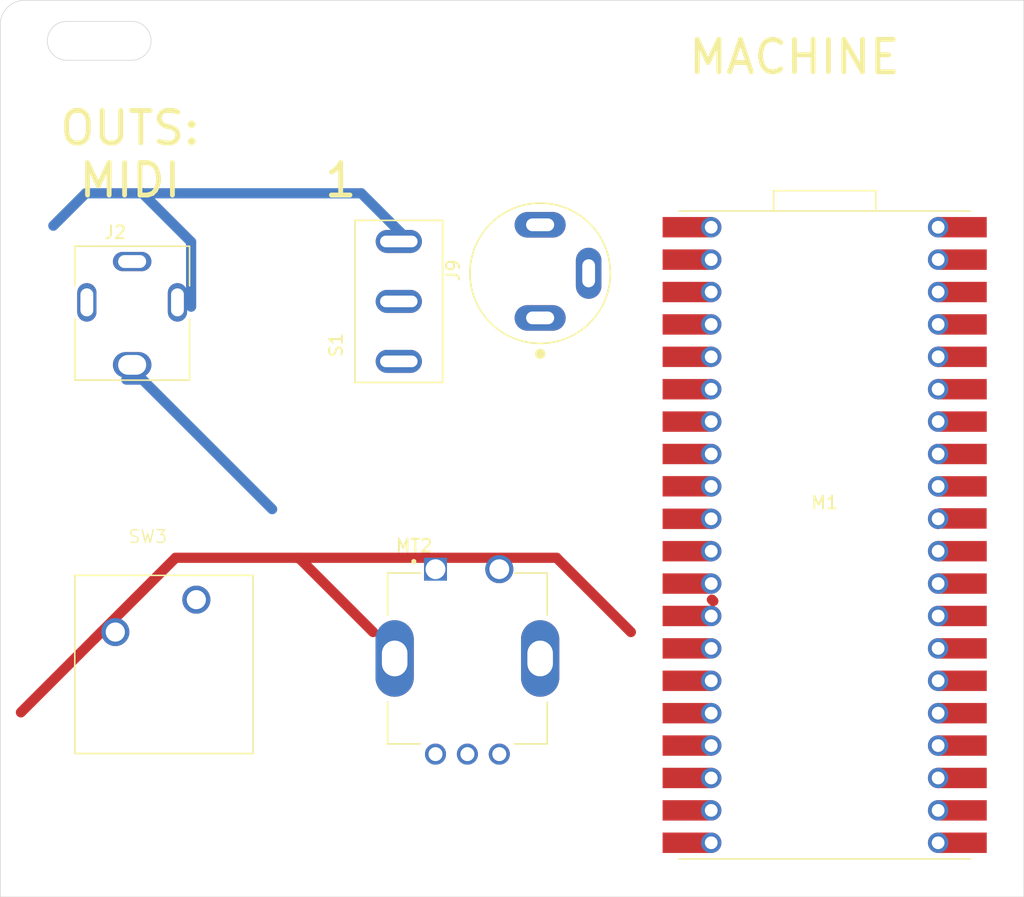
<source format=kicad_pcb>
(kicad_pcb (version 20221018) (generator pcbnew)
  (layers (0 "F.Cu" signal) (31 "B.Cu" signal) (34 "B.Paste" user) (35 "F.Paste" user) (36 "B.SilkS" user "B.Silkscreen") (37 "F.SilkS" user "F.Silkscreen") (38 "B.Mask" user) (39 "F.Mask" user) (44 "Edge.Cuts" user))
  (net 0 "")
  (footprint "PJ-064A:CUI_PJ-064A" (layer "F.Cu") (at 42.3 24.9 90)
    (fp_text reference "J9" (at 3.724283 -6.82203 90) (layer "F.SilkS") (effects (font (size 1.000882 1.000882))))
    (fp_text value "PJ-064A")
    (fp_circle (center -2.815 0.01) (end -2.615 0.01) (stroke (width 0.4)) (fill none) (layer "F.SilkS"))
    (fp_circle (center 3.5 0) (end 9 0) (stroke (width 0.127)) (fill none) (layer "F.SilkS"))
    (pad "1" thru_hole oval (at 0 0 90) (size 2 4) (drill oval 1 2.2) (layers "*.Cu" "*.Mask"))
    (pad "2" thru_hole oval (at 3.5 3.8 90) (size 4 2) (drill oval 2.2 1) (layers "*.Cu" "*.Mask"))
    (pad "3" thru_hole oval (at 7.3 0 90) (size 2 4) (drill oval 1 2.2) (layers "*.Cu" "*.Mask"))
  )
  (footprint "digikey-footprints:MX1A-11NW" (layer "F.Cu") (at 11.55 42.545)
    (fp_text reference "SW3" (at 0 -0.5 unlocked) (layer "F.SilkS") (effects (font (thickness 0.1))))
    (fp_text value "Switch_Tactile_CnK")
    (fp_line (start -5.715 2.54) (end 8.255 2.54) (stroke (width 0.12)) (layer "F.SilkS"))
    (fp_line (start -5.715 16.51) (end -5.715 2.54) (stroke (width 0.12)) (layer "F.SilkS"))
    (fp_line (start 8.255 2.54) (end 8.255 16.51) (stroke (width 0.12)) (layer "F.SilkS"))
    (fp_line (start 8.255 16.51) (end -5.715 16.51) (stroke (width 0.12)) (layer "F.SilkS"))
    (pad "" np_thru_hole circle (at -3.81 9.525) (size 1.7 1.7) (drill 1.7) (layers "F&B.Cu" "*.Mask"))
    (pad "" np_thru_hole circle (at 1.27 9.525) (size 4 4) (drill 4) (layers "F&B.Cu" "*.Mask"))
    (pad "" np_thru_hole circle (at 6.35 9.525) (size 1.7 1.7) (drill 1.7) (layers "F&B.Cu" "*.Mask"))
    (pad "1" thru_hole circle (at 3.81 4.445) (size 2.2 2.2) (drill 1.5) (layers "*.Cu" "*.Mask"))
    (pad "2" thru_hole circle (at -2.54 6.985) (size 2.2 2.2) (drill 1.5) (layers "*.Cu" "*.Mask"))
  )
  (footprint "fab:RaspberryPi_PicoW_Combined" (layer "F.Cu") (at 64.595 41.919556)
    (fp_text reference "M1" (at 0.0025 -2.54 unlocked) (layer "F.SilkS"))
    (fp_text value "Module_RaspberryPi_PicoW_Combined")
    (fp_line (start -11.43 25.4) (end 11.43 25.4) (stroke (width 0.12)) (layer "F.SilkS"))
    (fp_line (start -4 -27) (end 4 -27) (stroke (width 0.12)) (layer "F.SilkS"))
    (fp_line (start -4 -25.4) (end -4 -27) (stroke (width 0.12)) (layer "F.SilkS"))
    (fp_line (start 4 -27) (end 4 -25.4) (stroke (width 0.12)) (layer "F.SilkS"))
    (fp_line (start 8.89 -25.4) (end -11.43 -25.4) (stroke (width 0.12)) (layer "F.SilkS"))
    (fp_line (start 11.43 -25.4) (end 8.89 -25.4) (stroke (width 0.12)) (layer "F.SilkS"))
    (pad "1" smd rect (at -10.795 -24.13) (size 3.81 1.6) (layers "F.Cu" "F.Paste" "F.Mask"))
    (pad "1" thru_hole circle (at -8.89 -24.13) (size 1.6 1.6) (drill 1) (layers "*.Cu" "*.Mask"))
    (pad "2" smd rect (at -10.795 -21.59) (size 3.81 1.6) (layers "F.Cu" "F.Paste" "F.Mask"))
    (pad "2" thru_hole circle (at -8.89 -21.59) (size 1.6 1.6) (drill 1) (layers "*.Cu" "*.Mask"))
    (pad "3" smd rect (at -10.795 -19.05) (size 3.81 1.6) (layers "F.Cu" "F.Paste" "F.Mask"))
    (pad "3" thru_hole circle (at -8.89 -19.05) (size 1.6 1.6) (drill 1) (layers "*.Cu" "*.Mask"))
    (pad "4" smd rect (at -10.795 -16.51) (size 3.81 1.6) (layers "F.Cu" "F.Paste" "F.Mask"))
    (pad "4" thru_hole circle (at -8.89 -16.51) (size 1.6 1.6) (drill 1) (layers "*.Cu" "*.Mask"))
    (pad "5" smd rect (at -10.795 -13.97) (size 3.81 1.6) (layers "F.Cu" "F.Paste" "F.Mask"))
    (pad "5" thru_hole circle (at -8.89 -13.97) (size 1.6 1.6) (drill 1) (layers "*.Cu" "*.Mask"))
    (pad "6" smd rect (at -10.795 -11.43) (size 3.81 1.6) (layers "F.Cu" "F.Paste" "F.Mask"))
    (pad "6" thru_hole circle (at -8.89 -11.43) (size 1.6 1.6) (drill 1) (layers "*.Cu" "*.Mask"))
    (pad "7" smd rect (at -10.795 -8.89) (size 3.81 1.6) (layers "F.Cu" "F.Paste" "F.Mask"))
    (pad "7" thru_hole circle (at -8.89 -8.89) (size 1.6 1.6) (drill 1) (layers "*.Cu" "*.Mask"))
    (pad "8" smd rect (at -10.795 -6.35) (size 3.81 1.6) (layers "F.Cu" "F.Paste" "F.Mask"))
    (pad "8" thru_hole circle (at -8.89 -6.35) (size 1.6 1.6) (drill 1) (layers "*.Cu" "*.Mask"))
    (pad "9" smd rect (at -10.795 -3.819556) (size 3.81 1.6) (layers "F.Cu" "F.Paste" "F.Mask"))
    (pad "9" thru_hole circle (at -8.89 -3.81) (size 1.6 1.6) (drill 1) (layers "*.Cu" "*.Mask"))
    (pad "10" smd rect (at -10.795 -1.27) (size 3.81 1.6) (layers "F.Cu" "F.Paste" "F.Mask"))
    (pad "10" thru_hole circle (at -8.89 -1.27) (size 1.6 1.6) (drill 1) (layers "*.Cu" "*.Mask"))
    (pad "11" smd rect (at -10.795 1.27) (size 3.81 1.6) (layers "F.Cu" "F.Paste" "F.Mask"))
    (pad "11" thru_hole circle (at -8.89 1.27) (size 1.6 1.6) (drill 1) (layers "*.Cu" "*.Mask"))
    (pad "12" smd rect (at -10.795 3.81) (size 3.81 1.6) (layers "F.Cu" "F.Paste" "F.Mask"))
    (pad "12" thru_hole circle (at -8.89 3.81) (size 1.6 1.6) (drill 1) (layers "*.Cu" "*.Mask"))
    (pad "13" smd rect (at -10.795 6.35) (size 3.81 1.6) (layers "F.Cu" "F.Paste" "F.Mask"))
    (pad "13" thru_hole circle (at -8.89 6.35) (size 1.6 1.6) (drill 1) (layers "*.Cu" "*.Mask"))
    (pad "14" smd rect (at -10.795 8.89) (size 3.81 1.6) (layers "F.Cu" "F.Paste" "F.Mask"))
    (pad "14" thru_hole circle (at -8.89 8.89) (size 1.6 1.6) (drill 1) (layers "*.Cu" "*.Mask"))
    (pad "15" smd rect (at -10.795 11.43) (size 3.81 1.6) (layers "F.Cu" "F.Paste" "F.Mask"))
    (pad "15" thru_hole circle (at -8.89 11.43) (size 1.6 1.6) (drill 1) (layers "*.Cu" "*.Mask"))
    (pad "16" smd rect (at -10.795 13.97) (size 3.81 1.6) (layers "F.Cu" "F.Paste" "F.Mask"))
    (pad "16" thru_hole circle (at -8.89 13.97) (size 1.6 1.6) (drill 1) (layers "*.Cu" "*.Mask"))
    (pad "17" smd rect (at -10.795 16.51) (size 3.81 1.6) (layers "F.Cu" "F.Paste" "F.Mask"))
    (pad "17" thru_hole circle (at -8.89 16.51) (size 1.6 1.6) (drill 1) (layers "*.Cu" "*.Mask"))
    (pad "18" smd rect (at -10.795 19.05) (size 3.81 1.6) (layers "F.Cu" "F.Paste" "F.Mask"))
    (pad "18" thru_hole circle (at -8.89 19.05) (size 1.6 1.6) (drill 1) (layers "*.Cu" "*.Mask"))
    (pad "19" smd rect (at -10.795 21.59) (size 3.81 1.6) (layers "F.Cu" "F.Paste" "F.Mask"))
    (pad "19" thru_hole circle (at -8.89 21.59) (size 1.6 1.6) (drill 1) (layers "*.Cu" "*.Mask"))
    (pad "20" smd rect (at -10.795 24.13) (size 3.81 1.6) (layers "F.Cu" "F.Paste" "F.Mask"))
    (pad "20" thru_hole circle (at -8.89 24.13) (size 1.6 1.6) (drill 1) (layers "*.Cu" "*.Mask"))
    (pad "21" thru_hole circle (at 8.89 24.13) (size 1.6 1.6) (drill 1) (layers "*.Cu" "*.Mask"))
    (pad "21" smd rect (at 10.795 24.13) (size 3.81 1.6) (layers "F.Cu" "F.Paste" "F.Mask"))
    (pad "22" thru_hole circle (at 8.89 21.59) (size 1.6 1.6) (drill 1) (layers "*.Cu" "*.Mask"))
    (pad "22" smd rect (at 10.795 21.59) (size 3.81 1.6) (layers "F.Cu" "F.Paste" "F.Mask"))
    (pad "23" thru_hole circle (at 8.89 19.05) (size 1.6 1.6) (drill 1) (layers "*.Cu" "*.Mask"))
    (pad "23" smd rect (at 10.795 19.05) (size 3.81 1.6) (layers "F.Cu" "F.Paste" "F.Mask"))
    (pad "24" thru_hole circle (at 8.89 16.51) (size 1.6 1.6) (drill 1) (layers "*.Cu" "*.Mask"))
    (pad "24" smd rect (at 10.795 16.51) (size 3.81 1.6) (layers "F.Cu" "F.Paste" "F.Mask"))
    (pad "25" thru_hole circle (at 8.89 13.97) (size 1.6 1.6) (drill 1) (layers "*.Cu" "*.Mask"))
    (pad "25" smd rect (at 10.795 13.97) (size 3.81 1.6) (layers "F.Cu" "F.Paste" "F.Mask"))
    (pad "26" thru_hole circle (at 8.89 11.43) (size 1.6 1.6) (drill 1) (layers "*.Cu" "*.Mask"))
    (pad "26" smd rect (at 10.795 11.43) (size 3.81 1.6) (layers "F.Cu" "F.Paste" "F.Mask"))
    (pad "27" thru_hole circle (at 8.89 8.89) (size 1.6 1.6) (drill 1) (layers "*.Cu" "*.Mask"))
    (pad "27" smd rect (at 10.795 8.89) (size 3.81 1.6) (layers "F.Cu" "F.Paste" "F.Mask"))
    (pad "28" thru_hole circle (at 8.89 6.35) (size 1.6 1.6) (drill 1) (layers "*.Cu" "*.Mask"))
    (pad "28" smd rect (at 10.795 6.35) (size 3.81 1.6) (layers "F.Cu" "F.Paste" "F.Mask"))
    (pad "29" thru_hole circle (at 8.89 3.81) (size 1.6 1.6) (drill 1) (layers "*.Cu" "*.Mask"))
    (pad "29" smd rect (at 10.795 3.81) (size 3.81 1.6) (layers "F.Cu" "F.Paste" "F.Mask"))
    (pad "30" thru_hole circle (at 8.89 1.27) (size 1.6 1.6) (drill 1) (layers "*.Cu" "*.Mask"))
    (pad "30" smd rect (at 10.795 1.27) (size 3.81 1.6) (layers "F.Cu" "F.Paste" "F.Mask"))
    (pad "31" thru_hole circle (at 8.89 -1.27) (size 1.6 1.6) (drill 1) (layers "*.Cu" "*.Mask"))
    (pad "31" smd rect (at 10.786443 -1.297864) (size 3.81 1.6) (layers "F.Cu" "F.Paste" "F.Mask"))
    (pad "32" thru_hole circle (at 8.89 -3.81) (size 1.6 1.6) (drill 1) (layers "*.Cu" "*.Mask"))
    (pad "32" smd rect (at 10.795 -3.81) (size 3.81 1.6) (layers "F.Cu" "F.Paste" "F.Mask"))
    (pad "33" thru_hole circle (at 8.89 -6.35) (size 1.6 1.6) (drill 1) (layers "*.Cu" "*.Mask"))
    (pad "33" smd rect (at 10.795 -6.35) (size 3.81 1.6) (layers "F.Cu" "F.Paste" "F.Mask"))
    (pad "34" thru_hole circle (at 8.89 -8.89) (size 1.6 1.6) (drill 1) (layers "*.Cu" "*.Mask"))
    (pad "34" smd rect (at 10.795 -8.89) (size 3.81 1.6) (layers "F.Cu" "F.Paste" "F.Mask"))
    (pad "35" thru_hole circle (at 8.89 -11.43) (size 1.6 1.6) (drill 1) (layers "*.Cu" "*.Mask"))
    (pad "35" smd rect (at 10.795 -11.43) (size 3.81 1.6) (layers "F.Cu" "F.Paste" "F.Mask"))
    (pad "36" thru_hole circle (at 8.89 -13.97) (size 1.6 1.6) (drill 1) (layers "*.Cu" "*.Mask"))
    (pad "36" smd rect (at 10.795 -13.97) (size 3.81 1.6) (layers "F.Cu" "F.Paste" "F.Mask"))
    (pad "37" thru_hole circle (at 8.89 -16.51) (size 1.6 1.6) (drill 1) (layers "*.Cu" "*.Mask"))
    (pad "37" smd rect (at 10.795 -16.51) (size 3.81 1.6) (layers "F.Cu" "F.Paste" "F.Mask"))
    (pad "38" thru_hole circle (at 8.89 -19.05) (size 1.6 1.6) (drill 1) (layers "*.Cu" "*.Mask"))
    (pad "38" smd rect (at 10.795 -19.05) (size 3.81 1.6) (layers "F.Cu" "F.Paste" "F.Mask"))
    (pad "39" thru_hole circle (at 8.89 -21.59) (size 1.6 1.6) (drill 1) (layers "*.Cu" "*.Mask"))
    (pad "39" smd rect (at 10.795 -21.59) (size 3.81 1.6) (layers "F.Cu" "F.Paste" "F.Mask"))
    (pad "40" thru_hole circle (at 8.89 -24.13) (size 1.6 1.6) (drill 1) (layers "*.Cu" "*.Mask"))
    (pad "40" smd rect (at 10.795 -24.13) (size 3.81 1.6) (layers "F.Cu" "F.Paste" "F.Mask"))
  )
  (footprint "100SP1T1B1M1QEH:SW_100SP1T1B1M1QEH" (layer "F.Cu") (at 31.225 23.605 90)
    (fp_text reference "S1" (at -3.425 -4.915 90) (layer "F.SilkS"))
    (fp_text value "100SP1T1B1M1QEH" hide)
    (fp_line (start -6.35 -3.43) (end 6.35 -3.43) (stroke (width 0.127)) (layer "F.SilkS"))
    (fp_line (start -6.35 3.43) (end -6.35 -3.43) (stroke (width 0.127)) (layer "F.SilkS"))
    (fp_line (start 6.35 -3.43) (end 6.35 3.43) (stroke (width 0.127)) (layer "F.SilkS"))
    (fp_line (start 6.35 3.43) (end -6.35 3.43) (stroke (width 0.127)) (layer "F.SilkS"))
    (pad "1" thru_hole oval (at -4.7 0 90) (size 1.81 3.62) (drill oval 0.91 2.94) (layers "*.Cu" "*.Mask"))
    (pad "2" thru_hole oval (at 0 0 90) (size 1.81 3.62) (drill oval 0.91 2.94) (layers "*.Cu" "*.Mask"))
    (pad "3" thru_hole oval (at 4.7 0 90) (size 1.81 3.62) (drill oval 0.91 2.94) (layers "*.Cu" "*.Mask"))
  )
  (footprint "PEC11R-4215F-S0024:XDCR_PEC11R-4215F-S0024" (layer "F.Cu") (at 36.6 51.6)
    (fp_text reference "MT2" (at -4.175 -8.835) (layer "F.SilkS"))
    (fp_text value "PEC11R-4215F-S0024")
    (fp_line (start -6.25 -6.7) (end -3.7 -6.7) (stroke (width 0.127)) (layer "F.SilkS"))
    (fp_line (start -6.25 -3.4) (end -6.25 -6.7) (stroke (width 0.127)) (layer "F.SilkS"))
    (fp_line (start -6.25 3.4) (end -6.25 6.7) (stroke (width 0.127)) (layer "F.SilkS"))
    (fp_line (start -6.25 6.7) (end -3.7 6.7) (stroke (width 0.127)) (layer "F.SilkS"))
    (fp_line (start 3.7 -6.7) (end 6.25 -6.7) (stroke (width 0.127)) (layer "F.SilkS"))
    (fp_line (start 3.7 6.7) (end 6.25 6.7) (stroke (width 0.127)) (layer "F.SilkS"))
    (fp_line (start 6.25 -6.7) (end 6.25 -3.4) (stroke (width 0.127)) (layer "F.SilkS"))
    (fp_line (start 6.25 6.7) (end 6.25 3.4) (stroke (width 0.127)) (layer "F.SilkS"))
    (fp_circle (center -4.2 -7.6) (end -4.1 -7.6) (stroke (width 0.2)) (fill none) (layer "F.SilkS"))
    (pad "1" thru_hole rect (at -2.5 -7) (size 1.8 1.8) (drill 1.55) (layers "*.Cu" "*.Mask"))
    (pad "2" thru_hole circle (at 2.5 -7) (size 2.2 2.2) (drill 1.55) (layers "*.Cu" "*.Mask"))
    (pad "A" thru_hole circle (at -2.5 7.5) (size 1.65 1.65) (drill 1.1) (layers "*.Cu" "*.Mask"))
    (pad "B" thru_hole circle (at 2.5 7.5) (size 1.65 1.65) (drill 1.1) (layers "*.Cu" "*.Mask"))
    (pad "COM" thru_hole circle (at 0 7.5) (size 1.65 1.65) (drill 1.1) (layers "*.Cu" "*.Mask"))
    (pad "S1" thru_hole oval (at -5.7 0) (size 3 6) (drill oval 2 2.8) (layers "*.Cu" "*.Mask"))
    (pad "S2" thru_hole oval (at 5.7 0) (size 3 6) (drill oval 2 2.8) (layers "*.Cu" "*.Mask"))
  )
  (footprint "FC681374V:CLIFF_FC681374V" (layer "F.Cu") (at 10.33 24.53)
    (fp_text reference "J2" (at -1.325 -6.335) (layer "F.SilkS"))
    (fp_text value "FC681374V")
    (fp_line (start -4.5 -5.25) (end -4.5 -2.15) (stroke (width 0.127)) (layer "F.SilkS"))
    (fp_line (start -4.5 -5.25) (end 4.5 -5.25) (stroke (width 0.127)) (layer "F.SilkS"))
    (fp_line (start -4.5 5.25) (end -4.5 0.45) (stroke (width 0.127)) (layer "F.SilkS"))
    (fp_line (start 4.5 -5.25) (end 4.5 -2.15) (stroke (width 0.127)) (layer "F.SilkS"))
    (fp_line (start 4.5 5.25) (end -4.5 5.25) (stroke (width 0.127)) (layer "F.SilkS"))
    (fp_line (start 4.5 5.25) (end 4.5 0.45) (stroke (width 0.127)) (layer "F.SilkS"))
    (fp_line (start -4.05 -0.85) (end -4.05 -1.6) (stroke (width 0.01)) (layer "Edge.Cuts"))
    (fp_line (start -4.05 -0.1) (end -4.05 -0.85) (stroke (width 0.01)) (layer "Edge.Cuts"))
    (fp_line (start -3.05 -1.6) (end -3.05 -0.85) (stroke (width 0.01)) (layer "Edge.Cuts"))
    (fp_line (start -3.05 -0.85) (end -3.05 -0.1) (stroke (width 0.01)) (layer "Edge.Cuts"))
    (fp_line (start -0.75 -4.55) (end 0 -4.55) (stroke (width 0.01)) (layer "Edge.Cuts"))
    (fp_line (start -0.75 3.55) (end 0 3.55) (stroke (width 0.01)) (layer "Edge.Cuts"))
    (fp_line (start 0 -4.55) (end 0.75 -4.55) (stroke (width 0.01)) (layer "Edge.Cuts"))
    (fp_line (start 0 -3.55) (end -0.75 -3.55) (stroke (width 0.01)) (layer "Edge.Cuts"))
    (fp_line (start 0 3.55) (end 0.75 3.55) (stroke (width 0.01)) (layer "Edge.Cuts"))
    (fp_line (start 0 4.55) (end -0.75 4.55) (stroke (width 0.01)) (layer "Edge.Cuts"))
    (fp_line (start 0.75 -3.55) (end 0 -3.55) (stroke (width 0.01)) (layer "Edge.Cuts"))
    (fp_line (start 0.75 4.55) (end 0 4.55) (stroke (width 0.01)) (layer "Edge.Cuts"))
    (fp_line (start 3.05 -0.85) (end 3.05 -1.6) (stroke (width 0.01)) (layer "Edge.Cuts"))
    (fp_line (start 3.05 -0.1) (end 3.05 -0.85) (stroke (width 0.01)) (layer "Edge.Cuts"))
    (fp_line (start 4.05 -1.6) (end 4.05 -0.85) (stroke (width 0.01)) (layer "Edge.Cuts"))
    (fp_line (start 4.05 -0.85) (end 4.05 -0.1) (stroke (width 0.01)) (layer "Edge.Cuts"))
    (fp_arc (start -4.05 -1.6) (mid -3.903553 -1.953553) (end -3.55 -2.1) (stroke (width 0.01)) (layer "Edge.Cuts"))
    (fp_arc (start -3.55 -2.1) (mid -3.196447 -1.953553) (end -3.05 -1.6) (stroke (width 0.01)) (layer "Edge.Cuts"))
    (fp_arc (start -3.55 0.4) (mid -3.903553 0.253553) (end -4.05 -0.1) (stroke (width 0.01)) (layer "Edge.Cuts"))
    (fp_arc (start -3.05 -0.1) (mid -3.196447 0.253553) (end -3.55 0.4) (stroke (width 0.01)) (layer "Edge.Cuts"))
    (fp_arc (start -1.25 -4.05) (mid -1.103553 -4.403553) (end -0.75 -4.55) (stroke (width 0.01)) (layer "Edge.Cuts"))
    (fp_arc (start -1.25 4.05) (mid -1.103553 3.696447) (end -0.75 3.55) (stroke (width 0.01)) (layer "Edge.Cuts"))
    (fp_arc (start -0.75 -3.55) (mid -1.103553 -3.696447) (end -1.25 -4.05) (stroke (width 0.01)) (layer "Edge.Cuts"))
    (fp_arc (start -0.75 4.55) (mid -1.103553 4.403553) (end -1.25 4.05) (stroke (width 0.01)) (layer "Edge.Cuts"))
    (fp_arc (start 0.75 -4.55) (mid 1.103553 -4.403553) (end 1.25 -4.05) (stroke (width 0.01)) (layer "Edge.Cuts"))
    (fp_arc (start 0.75 3.55) (mid 1.103553 3.696447) (end 1.25 4.05) (stroke (width 0.01)) (layer "Edge.Cuts"))
    (fp_arc (start 1.25 -4.05) (mid 1.103553 -3.696447) (end 0.75 -3.55) (stroke (width 0.01)) (layer "Edge.Cuts"))
    (fp_arc (start 1.25 4.05) (mid 1.103553 4.403553) (end 0.75 4.55) (stroke (width 0.01)) (layer "Edge.Cuts"))
    (fp_arc (start 3.05 -1.6) (mid 3.196447 -1.953553) (end 3.55 -2.1) (stroke (width 0.01)) (layer "Edge.Cuts"))
    (fp_arc (start 3.55 -2.1) (mid 3.903553 -1.953553) (end 4.05 -1.6) (stroke (width 0.01)) (layer "Edge.Cuts"))
    (fp_arc (start 3.55 0.4) (mid 3.196447 0.253553) (end 3.05 -0.1) (stroke (width 0.01)) (layer "Edge.Cuts"))
    (fp_arc (start 4.05 -0.1) (mid 3.903553 0.253553) (end 3.55 0.4) (stroke (width 0.01)) (layer "Edge.Cuts"))
    (pad "1" thru_hole oval (at 3.55 -0.85) (size 1.508 3.016) (drill oval 1 2.2) (layers "*.Cu" "*.Mask"))
    (pad "2" thru_hole oval (at 0 -4.05) (size 3.016 1.508) (drill oval 2.2 1) (layers "*.Cu" "*.Mask"))
    (pad "4" thru_hole oval (at -3.55 -0.85) (size 1.508 3.016) (drill oval 1 2.2) (layers "*.Cu" "*.Mask"))
    (pad "5" thru_hole oval (at 0 4.05) (size 3.016 2) (drill oval 2.2 1.55) (layers "*.Cu" "*.Mask"))
  )
  (gr_line (start 1.905 0) (end 80.2 0) (stroke (width 0.05)) (layer "Edge.Cuts"))
  (gr_line (start 5.207 4.699) (end 10.287 4.699) (stroke (width 0.05)) (layer "Edge.Cuts"))
  (gr_line (start 0 70.3) (end 80.2 70.3) (stroke (width 0.05)) (layer "Edge.Cuts"))
  (gr_arc (start 10.287 1.651) (mid 11.811004 3.175002) (end 10.287 4.699) (stroke (width 0.05)) (layer "Edge.Cuts"))
  (gr_line (start 80.2 0) (end 80.2 70.3) (stroke (width 0.05)) (layer "Edge.Cuts"))
  (gr_arc (start 5.207 4.699) (mid 3.683004 3.175002) (end 5.207 1.651) (stroke (width 0.05)) (layer "Edge.Cuts"))
  (gr_arc (start 0 1.905) (mid 0.557962 0.557962) (end 1.905 0) (stroke (width 0.05)) (layer "Edge.Cuts"))
  (gr_line (start 0 1.905) (end 0 70.3) (stroke (width 0.05)) (layer "Edge.Cuts"))
  (gr_line (start 5.207 1.651) (end 10.287 1.651) (stroke (width 0.05)) (layer "Edge.Cuts"))
  (gr_text "OUTS:\nMIDI" (at 10.16 12.065) (layer "F.SilkS") (effects (font (size 2.54 2.54) (thickness 0.381))))
  (gr_text "MACHINE" (at 62.23 4.445) (layer "F.SilkS") (effects (font (size 2.54 2.54) (thickness 0.381))))
  (gr_text "\n1" (at 26.67 12.065) (layer "F.SilkS") (effects (font (size 2.54 2.54) (thickness 0.381))))
  (segment (start 7.91 49.53) (end 9.01 49.53) (width 0.8) (layer "F.Cu") (net 0))
  (segment (start 55.87 47.1) (end 55.76 46.99) (width 0.8) (layer "F.Cu") (net 0))
  (segment (start 23.205 43.705) (end 23.385 43.705) (width 0.8) (layer "F.Cu") (net 0))
  (segment (start 1.615 55.825) (end 7.3575 50.0825) (width 0.8) (layer "F.Cu") (net 0))
  (segment (start 7.3575 50.0825) (end 7.91 49.53) (width 0.8) (layer "F.Cu") (net 0))
  (segment (start 43.525 43.705) (end 43.585 43.705) (width 0.8) (layer "F.Cu") (net 0))
  (segment (start 43.585 43.705) (end 49.41 49.53) (width 0.8) (layer "F.Cu") (net 0))
  (segment (start 23.205 43.705) (end 43.525 43.705) (width 0.8) (layer "F.Cu") (net 0))
  (segment (start 13.735 43.705) (end 23.205 43.705) (width 0.8) (layer "F.Cu") (net 0))
  (segment (start 7.3575 50.0825) (end 13.735 43.705) (width 0.8) (layer "F.Cu") (net 0))
  (segment (start 23.385 43.705) (end 29.21 49.53) (width 0.8) (layer "F.Cu") (net 0))
  (segment (start 28.285 15.13) (end 31.46 18.305) (width 0.8) (layer "B.Cu") (net 0))
  (segment (start 14.95 18.94) (end 14.95 24.02) (width 0.8) (layer "B.Cu") (net 0))
  (segment (start 21.3 39.895) (end 11.14 29.735) (width 0.8) (layer "B.Cu") (net 0))
  (segment (start 11.14 15.13) (end 28.285 15.13) (width 0.8) (layer "B.Cu") (net 0))
  (segment (start 11.14 29.735) (end 9.87 29.735) (width 0.8) (layer "B.Cu") (net 0))
  (segment (start 4.155 17.67) (end 6.695 15.13) (width 0.8) (layer "B.Cu") (net 0))
  (segment (start 6.695 15.13) (end 11.14 15.13) (width 0.8) (layer "B.Cu") (net 0))
  (segment (start 11.14 15.13) (end 14.95 18.94) (width 0.8) (layer "B.Cu") (net 0))
)
</source>
